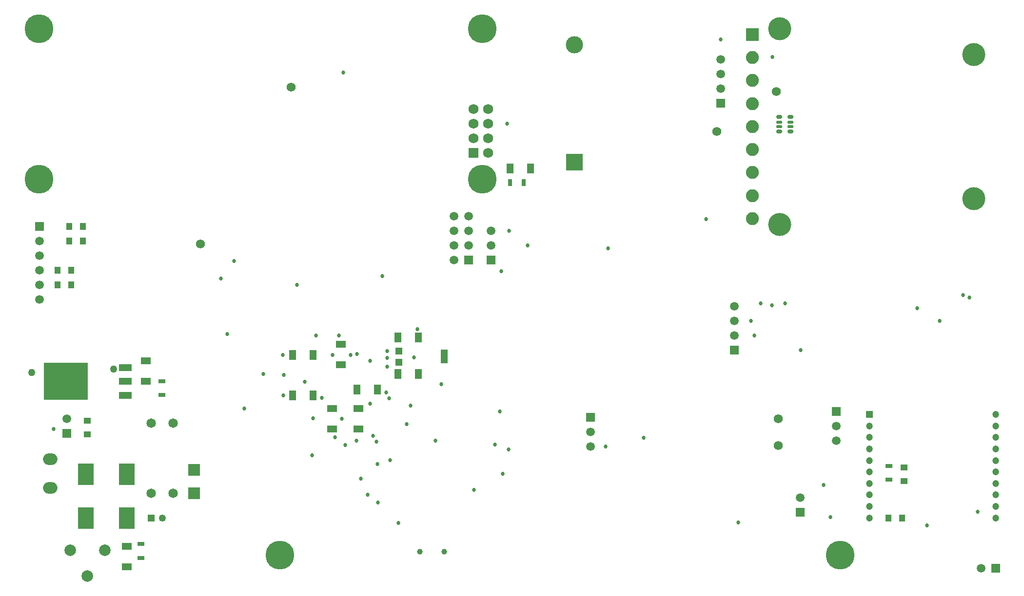
<source format=gbs>
%FSLAX25Y25*%
%MOIN*%
G70*
G01*
G75*
G04 Layer_Color=16711935*
%ADD10R,0.03150X0.04724*%
%ADD11R,0.06693X0.04921*%
G04:AMPARAMS|DCode=12|XSize=70.87mil|YSize=57.09mil|CornerRadius=0mil|HoleSize=0mil|Usage=FLASHONLY|Rotation=180.000|XOffset=0mil|YOffset=0mil|HoleType=Round|Shape=Octagon|*
%AMOCTAGOND12*
4,1,8,-0.03543,0.01427,-0.03543,-0.01427,-0.02116,-0.02854,0.02116,-0.02854,0.03543,-0.01427,0.03543,0.01427,0.02116,0.02854,-0.02116,0.02854,-0.03543,0.01427,0.0*
%
%ADD12OCTAGOND12*%

G04:AMPARAMS|DCode=13|XSize=59.06mil|YSize=31.5mil|CornerRadius=0mil|HoleSize=0mil|Usage=FLASHONLY|Rotation=180.000|XOffset=0mil|YOffset=0mil|HoleType=Round|Shape=Octagon|*
%AMOCTAGOND13*
4,1,8,-0.02953,0.00787,-0.02953,-0.00787,-0.02165,-0.01575,0.02165,-0.01575,0.02953,-0.00787,0.02953,0.00787,0.02165,0.01575,-0.02165,0.01575,-0.02953,0.00787,0.0*
%
%ADD13OCTAGOND13*%

%ADD14R,0.05906X0.03150*%
G04:AMPARAMS|DCode=15|XSize=70.87mil|YSize=43.31mil|CornerRadius=0mil|HoleSize=0mil|Usage=FLASHONLY|Rotation=270.000|XOffset=0mil|YOffset=0mil|HoleType=Round|Shape=Octagon|*
%AMOCTAGOND15*
4,1,8,-0.01083,-0.03543,0.01083,-0.03543,0.02165,-0.02461,0.02165,0.02461,0.01083,0.03543,-0.01083,0.03543,-0.02165,0.02461,-0.02165,-0.02461,-0.01083,-0.03543,0.0*
%
%ADD15OCTAGOND15*%

%ADD16O,0.05906X0.03937*%
%ADD17R,0.05906X0.03937*%
%ADD18O,0.03937X0.05906*%
%ADD19R,0.04921X0.06693*%
%ADD20R,0.05118X0.04134*%
G04:AMPARAMS|DCode=21|XSize=47.24mil|YSize=39.37mil|CornerRadius=0mil|HoleSize=0mil|Usage=FLASHONLY|Rotation=270.000|XOffset=0mil|YOffset=0mil|HoleType=Round|Shape=Octagon|*
%AMOCTAGOND21*
4,1,8,-0.00984,-0.02362,0.00984,-0.02362,0.01969,-0.01378,0.01969,0.01378,0.00984,0.02362,-0.00984,0.02362,-0.01969,0.01378,-0.01969,-0.01378,-0.00984,-0.02362,0.0*
%
%ADD21OCTAGOND21*%

G04:AMPARAMS|DCode=22|XSize=39.37mil|YSize=25.59mil|CornerRadius=0mil|HoleSize=0mil|Usage=FLASHONLY|Rotation=270.000|XOffset=0mil|YOffset=0mil|HoleType=Round|Shape=Octagon|*
%AMOCTAGOND22*
4,1,8,-0.00640,-0.01969,0.00640,-0.01969,0.01280,-0.01329,0.01280,0.01329,0.00640,0.01969,-0.00640,0.01969,-0.01280,0.01329,-0.01280,-0.01329,-0.00640,-0.01969,0.0*
%
%ADD22OCTAGOND22*%

G04:AMPARAMS|DCode=23|XSize=39.37mil|YSize=19.69mil|CornerRadius=0mil|HoleSize=0mil|Usage=FLASHONLY|Rotation=270.000|XOffset=0mil|YOffset=0mil|HoleType=Round|Shape=Octagon|*
%AMOCTAGOND23*
4,1,8,-0.00492,-0.01969,0.00492,-0.01969,0.00984,-0.01476,0.00984,0.01476,0.00492,0.01969,-0.00492,0.01969,-0.00984,0.01476,-0.00984,-0.01476,-0.00492,-0.01969,0.0*
%
%ADD23OCTAGOND23*%

%ADD24R,0.04134X0.05118*%
%ADD25R,0.07874X0.23622*%
%ADD26R,0.09055X0.04685*%
%ADD27R,0.30299X0.25598*%
%ADD28R,0.04724X0.03150*%
%ADD29R,0.01969X0.09843*%
%ADD30R,0.07874X0.09843*%
%ADD31O,0.00984X0.06102*%
%ADD32O,0.06102X0.00984*%
%ADD33O,0.04134X0.02165*%
%ADD34R,0.04134X0.02165*%
%ADD35C,0.02000*%
%ADD36C,0.01000*%
%ADD37C,0.00787*%
%ADD38C,0.03937*%
%ADD39C,0.01732*%
%ADD40C,0.01181*%
%ADD41C,0.01575*%
%ADD42C,0.19685*%
%ADD43R,0.11811X0.11811*%
%ADD44C,0.11811*%
%ADD45R,0.05906X0.05906*%
%ADD46C,0.05906*%
%ADD47R,0.05906X0.05906*%
%ADD48R,0.06890X0.06890*%
%ADD49C,0.06890*%
%ADD50C,0.06496*%
%ADD51C,0.07874*%
%ADD52O,0.09843X0.07874*%
%ADD53R,0.04921X0.04921*%
%ADD54C,0.04921*%
%ADD55R,0.04724X0.04724*%
%ADD56C,0.04724*%
%ADD57C,0.03937*%
%ADD58C,0.08858*%
%ADD59R,0.08858X0.08858*%
%ADD60C,0.15748*%
%ADD61C,0.05000*%
%ADD62C,0.02701*%
G04:AMPARAMS|DCode=63|XSize=39.37mil|YSize=25.59mil|CornerRadius=0mil|HoleSize=0mil|Usage=FLASHONLY|Rotation=180.000|XOffset=0mil|YOffset=0mil|HoleType=Round|Shape=Octagon|*
%AMOCTAGOND63*
4,1,8,-0.01969,0.00640,-0.01969,-0.00640,-0.01329,-0.01280,0.01329,-0.01280,0.01969,-0.00640,0.01969,0.00640,0.01329,0.01280,-0.01329,0.01280,-0.01969,0.00640,0.0*
%
%ADD63OCTAGOND63*%

G04:AMPARAMS|DCode=64|XSize=39.37mil|YSize=19.69mil|CornerRadius=0mil|HoleSize=0mil|Usage=FLASHONLY|Rotation=180.000|XOffset=0mil|YOffset=0mil|HoleType=Round|Shape=Octagon|*
%AMOCTAGOND64*
4,1,8,-0.01969,0.00492,-0.01969,-0.00492,-0.01476,-0.00984,0.01476,-0.00984,0.01969,-0.00492,0.01969,0.00492,0.01476,0.00984,-0.01476,0.00984,-0.01969,0.00492,0.0*
%
%ADD64OCTAGOND64*%

%ADD65R,0.04724X0.09449*%
%ADD66R,0.04724X0.04724*%
%ADD67R,0.07874X0.07874*%
%ADD68R,0.11000X0.15000*%
%ADD69C,0.02362*%
%ADD70C,0.00984*%
%ADD71C,0.00197*%
%ADD72C,0.00394*%
%ADD73C,0.00591*%
%ADD74C,0.06200*%
D10*
X334488Y274787D02*
D03*
X343937D02*
D03*
D11*
X230874Y106012D02*
D03*
Y119988D02*
D03*
X218874Y163988D02*
D03*
Y150012D02*
D03*
X212874Y106012D02*
D03*
Y119988D02*
D03*
X85701Y138512D02*
D03*
Y152488D02*
D03*
X72701Y11512D02*
D03*
Y25488D02*
D03*
D19*
X334724Y284287D02*
D03*
X348701D02*
D03*
X271862Y168500D02*
D03*
X257886D02*
D03*
X243862Y133000D02*
D03*
X229886D02*
D03*
X185886Y156500D02*
D03*
X199862D02*
D03*
X185886Y129000D02*
D03*
X199862D02*
D03*
X271862Y143500D02*
D03*
X257886D02*
D03*
D20*
X604000Y70374D02*
D03*
Y79626D02*
D03*
X45701Y111626D02*
D03*
Y102374D02*
D03*
D24*
X602626Y45000D02*
D03*
X593374D02*
D03*
X25374Y214500D02*
D03*
X34626D02*
D03*
X25374Y204500D02*
D03*
X34626D02*
D03*
X42626Y244500D02*
D03*
X33374D02*
D03*
X42626Y234500D02*
D03*
X33374D02*
D03*
D26*
X71701Y148000D02*
D03*
Y138500D02*
D03*
Y129000D02*
D03*
D27*
X31000Y138500D02*
D03*
D28*
X593500Y80724D02*
D03*
Y71276D02*
D03*
X96701Y129276D02*
D03*
Y138724D02*
D03*
X82201Y27224D02*
D03*
Y17776D02*
D03*
D42*
X560165Y19685D02*
D03*
X177165D02*
D03*
X12500Y277000D02*
D03*
X315500Y379992D02*
D03*
Y277000D02*
D03*
X12500Y379992D02*
D03*
D43*
X378500Y288500D02*
D03*
D44*
Y368815D02*
D03*
D45*
X557500Y118000D02*
D03*
X321713Y221787D02*
D03*
X533000Y49000D02*
D03*
X306213Y221787D02*
D03*
X13000Y244500D02*
D03*
X31701Y102823D02*
D03*
X478500Y329000D02*
D03*
X389500Y114000D02*
D03*
X488000Y160000D02*
D03*
D46*
X557500Y108000D02*
D03*
Y98000D02*
D03*
X321713Y231787D02*
D03*
Y241787D02*
D03*
X533000Y59000D02*
D03*
X656500Y10500D02*
D03*
X296213Y251787D02*
D03*
X306213D02*
D03*
X296213Y241787D02*
D03*
X306213D02*
D03*
X296213Y231787D02*
D03*
X306213D02*
D03*
X296213Y221787D02*
D03*
X13000Y194500D02*
D03*
Y204500D02*
D03*
Y214500D02*
D03*
Y224500D02*
D03*
Y234500D02*
D03*
X31701Y112823D02*
D03*
X478500Y359000D02*
D03*
Y349000D02*
D03*
Y339000D02*
D03*
X389500Y104000D02*
D03*
Y94000D02*
D03*
X488000Y190000D02*
D03*
Y180000D02*
D03*
Y170000D02*
D03*
D47*
X666500Y10500D02*
D03*
D48*
X309508Y294992D02*
D03*
D49*
X319508D02*
D03*
X309508Y304992D02*
D03*
X319508D02*
D03*
Y324992D02*
D03*
X309508D02*
D03*
X319508Y314992D02*
D03*
X309508D02*
D03*
D50*
X89201Y110016D02*
D03*
Y61984D02*
D03*
X104201D02*
D03*
Y110016D02*
D03*
D51*
X45791Y5283D02*
D03*
X57602Y23000D02*
D03*
X33980D02*
D03*
D52*
X20201Y65657D02*
D03*
Y85343D02*
D03*
D53*
X89264Y45000D02*
D03*
D54*
X97138D02*
D03*
D55*
X580193Y115933D02*
D03*
D56*
Y108059D02*
D03*
Y100185D02*
D03*
Y92311D02*
D03*
Y84437D02*
D03*
Y76563D02*
D03*
Y68689D02*
D03*
Y60815D02*
D03*
Y52941D02*
D03*
Y45067D02*
D03*
X666807Y115933D02*
D03*
Y108059D02*
D03*
Y100185D02*
D03*
Y92311D02*
D03*
Y84437D02*
D03*
Y76563D02*
D03*
Y68689D02*
D03*
Y60815D02*
D03*
Y52941D02*
D03*
Y45067D02*
D03*
D57*
X289787Y22114D02*
D03*
X272819D02*
D03*
D58*
X500213Y250008D02*
D03*
Y265756D02*
D03*
Y281504D02*
D03*
Y297252D02*
D03*
Y313000D02*
D03*
Y328748D02*
D03*
Y344496D02*
D03*
Y360244D02*
D03*
D59*
Y375992D02*
D03*
D60*
X651787Y362213D02*
D03*
Y263787D02*
D03*
X518913Y379929D02*
D03*
Y246071D02*
D03*
D61*
X63500Y147000D02*
D03*
X7500Y144500D02*
D03*
D62*
X401500Y229500D02*
D03*
X334000Y241500D02*
D03*
X328500Y214000D02*
D03*
X346500Y231500D02*
D03*
X153000Y120000D02*
D03*
X613000Y188500D02*
D03*
X513800Y190500D02*
D03*
X522500Y192000D02*
D03*
X506000D02*
D03*
X252000Y127000D02*
D03*
X250000Y131000D02*
D03*
X229500Y98126D02*
D03*
X179154Y156654D02*
D03*
X468500Y249626D02*
D03*
X478500Y372626D02*
D03*
X553500Y45500D02*
D03*
X243328Y97339D02*
D03*
X241000Y101300D02*
D03*
X166043Y143500D02*
D03*
X189043Y204500D02*
D03*
X514000Y360500D02*
D03*
X549043Y67500D02*
D03*
X217500Y170000D02*
D03*
X221900Y95000D02*
D03*
X229900Y157200D02*
D03*
X213300Y156700D02*
D03*
X202100Y170000D02*
D03*
X199862Y113457D02*
D03*
X206000Y127300D02*
D03*
X287600Y136500D02*
D03*
X332600Y314992D02*
D03*
X22744Y106000D02*
D03*
X179900Y142874D02*
D03*
X628362Y180000D02*
D03*
X499300D02*
D03*
X239100Y152717D02*
D03*
X194294Y138400D02*
D03*
X220500Y350000D02*
D03*
X237200Y60800D02*
D03*
X252550Y84600D02*
D03*
X283600Y98000D02*
D03*
X324300Y95400D02*
D03*
X199300Y88000D02*
D03*
X333600Y91800D02*
D03*
X250801Y154685D02*
D03*
X310137Y64300D02*
D03*
X327700Y118100D02*
D03*
X329700Y75300D02*
D03*
X654200Y49300D02*
D03*
X619800Y40100D02*
D03*
X214874Y100200D02*
D03*
X268900Y154988D02*
D03*
X250500Y148500D02*
D03*
X271400Y174200D02*
D03*
X648700Y196100D02*
D03*
X264050Y109300D02*
D03*
X239100Y123189D02*
D03*
X244400Y55500D02*
D03*
X258200Y41700D02*
D03*
X244000Y82000D02*
D03*
X219700Y112800D02*
D03*
X225700Y156500D02*
D03*
X644300Y197492D02*
D03*
X232700Y72000D02*
D03*
X501600Y170000D02*
D03*
X146067Y220800D02*
D03*
X247400Y210500D02*
D03*
X266500Y121800D02*
D03*
X137000Y208800D02*
D03*
X141400Y170800D02*
D03*
X179800Y129000D02*
D03*
X533300Y160000D02*
D03*
X400000Y94126D02*
D03*
X490800Y41878D02*
D03*
X426100Y99933D02*
D03*
X250637Y159437D02*
D03*
D63*
X518563Y309480D02*
D03*
Y319520D02*
D03*
X526437Y309480D02*
D03*
Y319520D02*
D03*
D64*
X518563Y312925D02*
D03*
Y316075D02*
D03*
X526437Y312925D02*
D03*
Y316075D02*
D03*
D65*
X289602Y155500D02*
D03*
D66*
X258500Y159437D02*
D03*
Y151563D02*
D03*
D67*
X118701Y62126D02*
D03*
Y77874D02*
D03*
D68*
X44652Y75000D02*
D03*
X72748D02*
D03*
X44652Y45000D02*
D03*
X72748D02*
D03*
D74*
X476000Y309500D02*
D03*
X518000Y113000D02*
D03*
Y94500D02*
D03*
X516500Y337000D02*
D03*
X185000Y340000D02*
D03*
X123000Y232500D02*
D03*
M02*

</source>
